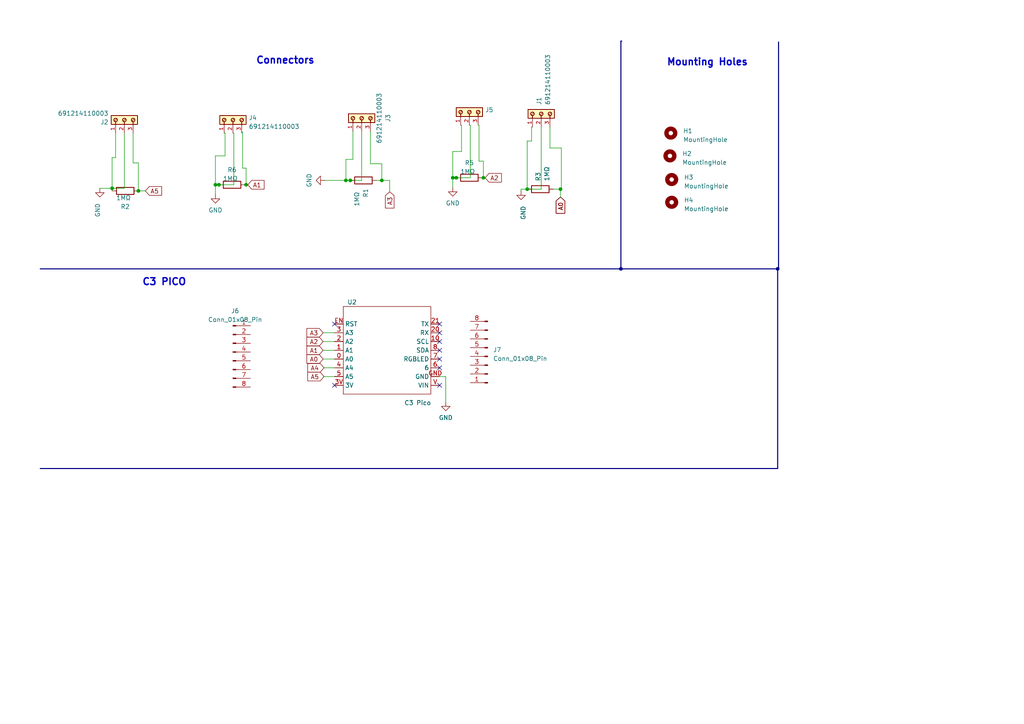
<source format=kicad_sch>
(kicad_sch (version 20230121) (generator eeschema)
  (paper "A4")
  (lib_symbols
    (symbol "691214110003:691214110003" (pin_names (offset 1.016))
      (property "Reference" "J" (at -4.88 -0.922 0))
      (property "Value" "691214110003" (at -4.83 -2.58 0))
      (symbol "691214110003_0_0"
        (rectangle (start -3.81 -2.54) (end 3.81 0) (stroke (width 0.254)) (fill (type background)))
        (circle (center -2.54 -1.27) (radius 0.508) (stroke (width 0.254)))
        (circle (center 0 -1.27) (radius 0.508) (stroke (width 0.254)))
        (polyline (pts (xy -2.54 -1.778) (xy -2.54 -2.54)) (stroke (width 0.254)))
        (polyline (pts (xy -2.286 -1.016) (xy -2.794 -1.524)) (stroke (width 0.1524)))
        (polyline (pts (xy 0 -1.778) (xy 0 -2.54)) (stroke (width 0.254)))
        (polyline (pts (xy 0.254 -1.016) (xy -0.254 -1.524)) (stroke (width 0.1524)))
        (polyline (pts (xy 2.54 -1.778) (xy 2.54 -2.54)) (stroke (width 0.254)))
        (polyline (pts (xy 2.794 -1.016) (xy 2.286 -1.524)) (stroke (width 0.1524)))
        (circle (center 2.54 -1.27) (radius 0.508) (stroke (width 0.254)))
        (pin passive line (at -2.54 -5.08 90) (length 2.54) (name "~") (number "1"))
        (pin passive line (at 0 -5.08 90) (length 2.54) (name "~") (number "2"))
        (pin passive line (at 2.54 -5.08 90) (length 2.54) (name "~") (number "3"))
      )
    )
    (symbol "Connector:Conn_01x08_Pin" (pin_names (offset 1.016) hide)
      (property "Reference" "J" (at 0 10.16 0))
      (property "Value" "Conn_01x08_Pin" (at 0 -12.7 0))
      (symbol "Conn_01x08_Pin_1_1"
        (polyline (pts (xy 1.27 -10.16) (xy 0.8636 -10.16)) (stroke (width 0.1524)))
        (polyline (pts (xy 1.27 -7.62) (xy 0.8636 -7.62)) (stroke (width 0.1524)))
        (polyline (pts (xy 1.27 -5.08) (xy 0.8636 -5.08)) (stroke (width 0.1524)))
        (polyline (pts (xy 1.27 -2.54) (xy 0.8636 -2.54)) (stroke (width 0.1524)))
        (polyline (pts (xy 1.27 0) (xy 0.8636 0)) (stroke (width 0.1524)))
        (polyline (pts (xy 1.27 2.54) (xy 0.8636 2.54)) (stroke (width 0.1524)))
        (polyline (pts (xy 1.27 5.08) (xy 0.8636 5.08)) (stroke (width 0.1524)))
        (polyline (pts (xy 1.27 7.62) (xy 0.8636 7.62)) (stroke (width 0.1524)))
        (rectangle (start 0.8636 -10.033) (end 0 -10.287) (stroke (width 0.1524)) (fill (type outline)))
        (rectangle (start 0.8636 -7.493) (end 0 -7.747) (stroke (width 0.1524)) (fill (type outline)))
        (rectangle (start 0.8636 -4.953) (end 0 -5.207) (stroke (width 0.1524)) (fill (type outline)))
        (rectangle (start 0.8636 -2.413) (end 0 -2.667) (stroke (width 0.1524)) (fill (type outline)))
        (rectangle (start 0.8636 0.127) (end 0 -0.127) (stroke (width 0.1524)) (fill (type outline)))
        (rectangle (start 0.8636 2.667) (end 0 2.413) (stroke (width 0.1524)) (fill (type outline)))
        (rectangle (start 0.8636 5.207) (end 0 4.953) (stroke (width 0.1524)) (fill (type outline)))
        (rectangle (start 0.8636 7.747) (end 0 7.493) (stroke (width 0.1524)) (fill (type outline)))
        (pin passive line (at 5.08 7.62 180) (length 3.81) (name "Pin_1") (number "1"))
        (pin passive line (at 5.08 5.08 180) (length 3.81) (name "Pin_2") (number "2"))
        (pin passive line (at 5.08 2.54 180) (length 3.81) (name "Pin_3") (number "3"))
        (pin passive line (at 5.08 0 180) (length 3.81) (name "Pin_4") (number "4"))
        (pin passive line (at 5.08 -2.54 180) (length 3.81) (name "Pin_5") (number "5"))
        (pin passive line (at 5.08 -5.08 180) (length 3.81) (name "Pin_6") (number "6"))
        (pin passive line (at 5.08 -7.62 180) (length 3.81) (name "Pin_7") (number "7"))
        (pin passive line (at 5.08 -10.16 180) (length 3.81) (name "Pin_8") (number "8"))
      )
    )
    (symbol "Device:R" (pin_numbers hide) (pin_names (offset 0))
      (property "Reference" "R" (at 2.032 0 90))
      (property "Value" "R" (at 0 0 90))
      (symbol "R_0_1"
        (rectangle (start -1.016 -2.54) (end 1.016 2.54) (stroke (width 0.254)))
      )
      (symbol "R_1_1"
        (pin passive line (at 0 3.81 270) (length 1.27) (name "~") (number "1"))
        (pin passive line (at 0 -3.81 90) (length 1.27) (name "~") (number "2"))
      )
    )
    (symbol "Mechanical:MountingHole" (pin_names (offset 1.016))
      (property "Reference" "H" (at 0 5.08 0))
      (property "Value" "MountingHole" (at 0 3.175 0))
      (symbol "MountingHole_0_1"
        (circle (center 0 0) (radius 1.27) (stroke (width 1.27)))
      )
    )
    (symbol "c3_pico:C3_pico"
      (property "Reference" "U" (at -10.16 13.97 0))
      (symbol "C3_pico_0_0"
        (text "" (at -12.7 -2.54 0) (effects (font (size 1.27 1.27))))
        (text "" (at 12.7 0 0) (effects (font (size 1.27 1.27))))
      )
      (symbol "C3_pico_0_1"
        (rectangle (start -12.7 12.7) (end 12.7 -12.7))
      )
      (symbol "C3_pico_1_1"
        (pin input line (at -15.24 -2.54 0) (length 2.54) (name "A0") (number "0"))
        (pin input line (at -15.24 0 0) (length 2.54) (name "A1") (number "1"))
        (pin input line (at 15.24 2.54 180) (length 2.54) (name "SCL") (number "10"))
        (pin input line (at -15.24 2.54 0) (length 2.54) (name "A2") (number "2"))
        (pin input line (at 15.24 5.08 180) (length 2.54) (name "RX") (number "20"))
        (pin input line (at 15.24 7.62 180) (length 2.54) (name "TX") (number "21"))
        (pin input line (at -15.24 5.08 0) (length 2.54) (name "A3") (number "3"))
        (pin input line (at -15.24 -10.16 0) (length 2.54) (name "3V") (number "3V"))
        (pin input line (at -15.24 -5.08 0) (length 2.54) (name "A4") (number "4"))
        (pin input line (at -15.24 -7.62 0) (length 2.54) (name "A5") (number "5"))
        (pin input line (at 15.24 -5.08 180) (length 2.54) (name "6") (number "6"))
        (pin input line (at 15.24 -2.54 180) (length 2.54) (name "RGBLED") (number "7"))
        (pin input line (at 15.24 0 180) (length 2.54) (name "SDA") (number "8"))
        (pin input line (at -15.24 7.62 0) (length 2.54) (name "RST") (number "EN"))
        (pin input line (at 15.24 -7.62 180) (length 2.54) (name "GND") (number "GND"))
        (pin input line (at 15.24 -10.16 180) (length 2.54) (name "VIN") (number "V"))
      )
    )
    (symbol "power:GND" (power) (pin_names (offset 0))
      (property "Value" "GND" (at 0 -3.81 0))
      (symbol "GND_0_1"
        (polyline (pts (xy 0 0) (xy 0 -1.27) (xy 1.27 -1.27) (xy 0 -2.54) (xy -1.27 -1.27) (xy 0 -1.27)))
      )
      (symbol "GND_1_1"
        (pin power_in line (at 0 0 270) (length 0) hide (name "GND") (number "1"))
      )
    )
  )
  (junction (at 225.552 77.978))
  (junction (at 152.908 54.864))
  (junction (at 63.5 53.594))
  (junction (at 40.132 55.372))
  (junction (at 100.33 52.324))
  (junction (at 71.374 53.594))
  (junction (at 140.208 51.562))
  (junction (at 110.744 52.324))
  (junction (at 32.512 54.61))
  (junction (at 132.334 51.562))
  (junction (at 180.086 77.978))
  (junction (at 62.484 53.594))
  (junction (at 101.6 52.324))
  (junction (at 162.56 54.864))
  (junction (at 131.318 51.562))
  (no_connect (at 127.508 93.98))
  (no_connect (at 127.508 104.14))
  (no_connect (at 97.028 93.98))
  (no_connect (at 127.508 101.6))
  (no_connect (at 127.508 96.52))
  (no_connect (at 97.028 111.76))
  (no_connect (at 127.508 106.68))
  (no_connect (at 127.508 99.06))
  (no_connect (at 127.508 111.76))
  (wire (pts (xy 107.442 38.1) (xy 107.442 47.498)))
  (wire (pts (xy 32.512 45.72) (xy 33.528 45.72)))
  (wire (pts (xy 140.208 51.562) (xy 140.208 46.736)))
  (wire (pts (xy 42.164 55.372) (xy 40.132 55.372)))
  (wire (pts (xy 93.726 99.06) (xy 97.028 99.06)))
  (wire (pts (xy 28.956 54.61) (xy 32.512 54.61)))
  (wire (pts (xy 104.902 38.1) (xy 104.902 52.324)))
  (wire (pts (xy 71.374 53.594) (xy 71.882 53.594)))
  (wire (pts (xy 136.398 36.322) (xy 136.398 51.562)))
  (wire (pts (xy 63.5 53.594) (xy 67.818 53.594)))
  (wire (pts (xy 102.362 46.228) (xy 100.33 46.228)))
  (wire (pts (xy 102.362 38.1) (xy 102.362 46.228)))
  (wire (pts (xy 70.358 48.768) (xy 71.374 48.768)))
  (wire (pts (xy 131.318 51.562) (xy 132.334 51.562)))
  (wire (pts (xy 162.56 54.864) (xy 162.814 54.864)))
  (wire (pts (xy 100.33 46.228) (xy 100.33 52.324)))
  (wire (pts (xy 129.286 109.22) (xy 129.286 116.586)))
  (wire (pts (xy 160.528 54.864) (xy 162.56 54.864)))
  (wire (pts (xy 65.278 45.212) (xy 65.278 38.608)))
  (wire (pts (xy 156.972 36.83) (xy 156.972 54.864)))
  (wire (pts (xy 110.744 47.498) (xy 110.744 52.324)))
  (wire (pts (xy 70.104 38.354) (xy 70.104 38.608)))
  (bus (pts (xy 180.086 77.978) (xy 180.086 11.938)))
  (wire (pts (xy 113.03 55.626) (xy 113.03 52.324)))
  (wire (pts (xy 67.818 38.608) (xy 67.818 53.594)))
  (wire (pts (xy 36.068 38.608) (xy 36.068 54.61)))
  (wire (pts (xy 40.132 47.244) (xy 40.132 55.372)))
  (wire (pts (xy 139.954 51.562) (xy 140.208 51.562)))
  (wire (pts (xy 100.33 52.324) (xy 101.6 52.324)))
  (wire (pts (xy 138.938 36.322) (xy 138.938 46.736)))
  (wire (pts (xy 107.442 47.498) (xy 110.744 47.498)))
  (wire (pts (xy 100.33 52.324) (xy 94.234 52.324)))
  (wire (pts (xy 151.13 54.864) (xy 152.908 54.864)))
  (wire (pts (xy 154.178 36.83) (xy 154.432 36.83)))
  (wire (pts (xy 93.726 101.6) (xy 97.028 101.6)))
  (wire (pts (xy 159.512 42.926) (xy 162.814 42.926)))
  (wire (pts (xy 133.858 43.942) (xy 133.858 36.322)))
  (wire (pts (xy 152.908 54.864) (xy 152.908 40.894)))
  (bus (pts (xy 225.552 135.89) (xy 225.552 77.978)))
  (wire (pts (xy 113.03 52.324) (xy 110.744 52.324)))
  (wire (pts (xy 131.318 43.942) (xy 131.318 51.562)))
  (wire (pts (xy 67.818 38.608) (xy 67.564 38.608)))
  (bus (pts (xy 180.086 77.978) (xy 225.552 77.978)))
  (wire (pts (xy 131.318 54.356) (xy 131.318 51.562)))
  (wire (pts (xy 140.208 46.736) (xy 138.938 46.736)))
  (bus (pts (xy 180.086 11.938) (xy 180.34 11.938)))
  (wire (pts (xy 65.278 38.608) (xy 65.024 38.608)))
  (wire (pts (xy 154.178 40.894) (xy 154.178 36.83)))
  (wire (pts (xy 152.908 40.894) (xy 154.178 40.894)))
  (wire (pts (xy 65.278 45.212) (xy 62.484 45.212)))
  (wire (pts (xy 159.512 42.926) (xy 159.512 36.83)))
  (wire (pts (xy 71.12 53.594) (xy 71.374 53.594)))
  (wire (pts (xy 62.484 53.594) (xy 63.5 53.594)))
  (wire (pts (xy 32.512 54.61) (xy 32.512 45.72)))
  (wire (pts (xy 133.858 43.942) (xy 131.318 43.942)))
  (wire (pts (xy 136.398 36.322) (xy 136.144 36.322)))
  (wire (pts (xy 104.902 52.324) (xy 101.6 52.324)))
  (bus (pts (xy 225.806 12.192) (xy 225.806 77.978)))
  (wire (pts (xy 140.208 51.562) (xy 140.716 51.562)))
  (wire (pts (xy 156.972 54.864) (xy 152.908 54.864)))
  (bus (pts (xy 225.552 77.978) (xy 225.806 77.978)))
  (wire (pts (xy 133.858 36.322) (xy 133.604 36.322)))
  (wire (pts (xy 93.726 96.52) (xy 97.028 96.52)))
  (wire (pts (xy 93.98 106.68) (xy 97.028 106.68)))
  (wire (pts (xy 129.286 109.22) (xy 127.508 109.22)))
  (wire (pts (xy 33.528 45.72) (xy 33.528 38.608)))
  (wire (pts (xy 162.56 57.15) (xy 162.56 54.864)))
  (wire (pts (xy 38.608 47.244) (xy 40.132 47.244)))
  (wire (pts (xy 162.814 54.864) (xy 162.814 42.926)))
  (wire (pts (xy 36.068 54.61) (xy 32.512 54.61)))
  (wire (pts (xy 71.374 53.594) (xy 71.374 48.768)))
  (bus (pts (xy 11.684 77.978) (xy 180.086 77.978)))
  (wire (pts (xy 132.334 51.562) (xy 136.398 51.562)))
  (wire (pts (xy 93.98 109.22) (xy 97.028 109.22)))
  (wire (pts (xy 62.484 45.212) (xy 62.484 53.594)))
  (wire (pts (xy 151.13 55.372) (xy 151.13 54.864)))
  (wire (pts (xy 32.512 55.372) (xy 32.512 54.61)))
  (wire (pts (xy 70.358 38.354) (xy 70.358 48.768)))
  (bus (pts (xy 11.684 135.89) (xy 225.552 135.89)))
  (wire (pts (xy 138.938 36.322) (xy 138.684 36.322)))
  (wire (pts (xy 93.726 104.14) (xy 97.028 104.14)))
  (wire (pts (xy 62.484 56.388) (xy 62.484 53.594)))
  (wire (pts (xy 110.744 52.324) (xy 109.22 52.324)))
  (wire (pts (xy 70.358 38.354) (xy 70.104 38.354)))
  (wire (pts (xy 38.608 47.244) (xy 38.608 38.608)))
  (text "Connectors" (at 74.168 18.796 0) (effects (font (size 2 2) (thickness 0.4) bold) (justify left bottom)))
  (text "C3 PICO" (at 41.148 83.058 0) (effects (font (size 2 2) (thickness 0.4) bold) (justify left bottom)))
  (text "Mounting Holes" (at 193.294 19.304 0) (effects (font (size 2 2) (thickness 0.4) bold) (justify left bottom)))
  (global_label "A4" (shape input) (at 93.98 106.68 180) (property "Intersheetrefs" "${INTERSHEET_REFS}" (effects hide)))
  (global_label "A0" (shape input) (at 162.56 57.15 270) (property "Intersheetrefs" "${INTERSHEET_REFS}" (effects hide)))
  (global_label "A3" (shape input) (at 113.03 55.626 270) (property "Intersheetrefs" "${INTERSHEET_REFS}" (effects hide)))
  (global_label "A2" (shape input) (at 93.726 99.06 180) (property "Intersheetrefs" "${INTERSHEET_REFS}" (effects hide)))
  (global_label "A5" (shape input) (at 42.164 55.372 0) (property "Intersheetrefs" "${INTERSHEET_REFS}" (effects hide)))
  (global_label "A3" (shape input) (at 93.726 96.52 180) (property "Intersheetrefs" "${INTERSHEET_REFS}" (effects hide)))
  (global_label "A2" (shape input) (at 140.716 51.562 0) (property "Intersheetrefs" "${INTERSHEET_REFS}" (effects hide)))
  (global_label "A1" (shape input) (at 71.882 53.594 0) (property "Intersheetrefs" "${INTERSHEET_REFS}" (effects hide)))
  (global_label "A1" (shape input) (at 93.726 101.6 180) (property "Intersheetrefs" "${INTERSHEET_REFS}" (effects hide)))
  (global_label "A5" (shape input) (at 93.98 109.22 180) (property "Intersheetrefs" "${INTERSHEET_REFS}" (effects hide)))
  (global_label "A0" (shape input) (at 162.56 57.15 270) (property "Intersheetrefs" "${INTERSHEET_REFS}" (effects hide)))
  (global_label "A0" (shape input) (at 93.726 104.14 180) (property "Intersheetrefs" "${INTERSHEET_REFS}" (effects hide)))
  (symbol (lib_id "Mechanical:MountingHole") (at 194.564 38.608 0) (unit 1)
    (property "Reference" "H1" (at 198.12 37.973 0) (effects (justify left)))
    (property "Value" "MountingHole" (at 198.12 40.513 0) (effects (justify left)))
    (property "Footprint" "MountingHole:MountingHole_3.5mm" (effects hide))
  )
  (symbol (lib_id "Connector:Conn_01x08_Pin") (at 141.478 103.378 180) (unit 1)
    (property "Reference" "J7" (at 143.002 101.473 0) (effects (justify right)))
    (property "Value" "Conn_01x08_Pin" (at 143.002 104.013 0) (effects (justify right)))
    (property "Footprint" "Connector_PinSocket_2.54mm:PinSocket_1x08_P2.54mm_Vertical" (effects hide))
  )
  (symbol (lib_id "691214110003:691214110003") (at 104.902 33.02 0) (unit 1)
    (property "Reference" "J3" (at 112.522 34.29 90))
    (property "Value" "691214110003" (at 109.982 34.29 90))
    (property "Footprint" "691214110003:691214110003" (effects hide))
    (property "WIRE" "24 to 16 (AWG) 0.205 to 1.31 (mm²)" (effects hide))
    (property "MOUNT" "THT" (effects hide))
    (property "IR-UL" "10A" (effects hide))
    (property "WORKING-VOLTAGE-UL" "300V (AC)" (effects hide))
    (property "PINS" "3" (effects hide))
    (property "DATASHEET-URL" "https://www.we-online.com/catalog/datasheet/691214110003.pdf" (effects hide))
    (property "PITCH" "3.5mm" (effects hide))
    (property "PART-NUMBER" "691214110003" (effects hide))
    (property "TYPE" "Horizontal" (effects hide))
  )
  (symbol (lib_id "Mechanical:MountingHole") (at 194.818 58.674 0) (unit 1)
    (property "Reference" "H4" (at 198.374 58.039 0) (effects (justify left)))
    (property "Value" "MountingHole" (at 198.374 60.579 0) (effects (justify left)))
    (property "Footprint" "MountingHole:MountingHole_3.5mm" (effects hide))
  )
  (symbol (lib_id "Mechanical:MountingHole") (at 194.31 45.212 0) (unit 1)
    (property "Reference" "H2" (at 197.866 44.577 0) (effects (justify left)))
    (property "Value" "MountingHole" (at 197.866 47.117 0) (effects (justify left)))
    (property "Footprint" "MountingHole:MountingHole_3.5mm" (effects hide))
  )
  (symbol (lib_id "Device:R") (at 136.144 51.562 90) (unit 1)
    (property "Reference" "R5" (at 136.144 47.244 90))
    (property "Value" "1MΩ " (at 136.144 49.784 90))
    (property "Footprint" "Resistor_SMD:R_0603_1608Metric_Pad0.98x0.95mm_HandSolder" (effects hide))
  )
  (symbol (lib_id "Connector:Conn_01x08_Pin") (at 67.564 102.108 0) (unit 1)
    (property "Reference" "J6" (at 68.199 90.17 0))
    (property "Value" "Conn_01x08_Pin" (at 68.199 92.71 0))
    (property "Footprint" "Connector_PinSocket_2.54mm:PinSocket_1x08_P2.54mm_Vertical" (effects hide))
  )
  (symbol (lib_id "power:GND") (at 28.956 54.61 0) (unit 1)
    (property "Reference" "#PWR05" (effects hide))
    (property "Value" "GND" (at 28.321 58.928 90) (effects (justify right)))
  )
  (symbol (lib_id "power:GND") (at 131.318 54.356 0) (unit 1)
    (property "Reference" "#PWR06" (effects hide))
    (property "Value" "GND" (at 131.318 58.928 0))
  )
  (symbol (lib_id "c3_pico:C3_pico") (at 112.268 101.6 0) (unit 1)
    (property "Reference" "U2" (at 102.108 87.63 0))
    (property "Value" "C3 Pico" (at 121.158 116.84 0))
    (property "Footprint" "c3 pico:c3 pico" (effects hide))
  )
  (symbol (lib_id "Device:R") (at 156.718 54.864 270) (unit 1)
    (property "Reference" "R3" (at 156.083 52.578 0) (effects (justify right)))
    (property "Value" "1MΩ " (at 158.623 52.578 0) (effects (justify right)))
    (property "Footprint" "Resistor_SMD:R_0603_1608Metric_Pad0.98x0.95mm_HandSolder" (effects hide))
  )
  (symbol (lib_id "power:GND") (at 151.13 55.372 0) (unit 1)
    (property "Reference" "#PWR02" (effects hide))
    (property "Value" "GND" (at 151.765 59.69 90) (effects (justify right)))
  )
  (symbol (lib_id "Device:R") (at 67.31 53.594 90) (unit 1)
    (property "Reference" "R6" (at 67.31 49.276 90))
    (property "Value" "1MΩ " (at 67.31 51.816 90))
    (property "Footprint" "Resistor_SMD:R_0603_1608Metric_Pad0.98x0.95mm_HandSolder" (effects hide))
  )
  (symbol (lib_id "691214110003:691214110003") (at 67.564 33.528 0) (unit 1)
    (property "Reference" "J4" (at 72.136 34.163 0) (effects (justify left)))
    (property "Value" "691214110003" (at 72.136 36.703 0) (effects (justify left)))
    (property "Footprint" "691214110003:691214110003" (effects hide))
    (property "WIRE" "24 to 16 (AWG) 0.205 to 1.31 (mm²)" (effects hide))
    (property "MOUNT" "THT" (effects hide))
    (property "IR-UL" "10A" (effects hide))
    (property "WORKING-VOLTAGE-UL" "300V (AC)" (effects hide))
    (property "PINS" "3" (effects hide))
    (property "DATASHEET-URL" "https://www.we-online.com/catalog/datasheet/691214110003.pdf" (effects hide))
    (property "PITCH" "3.5mm" (effects hide))
    (property "PART-NUMBER" "691214110003" (effects hide))
    (property "TYPE" "Horizontal" (effects hide))
  )
  (symbol (lib_id "power:GND") (at 62.484 56.388 0) (unit 1)
    (property "Reference" "#PWR07" (effects hide))
    (property "Value" "GND" (at 62.484 60.96 0))
  )
  (symbol (lib_id "Device:R") (at 105.41 52.324 270) (unit 1)
    (property "Reference" "R1" (at 106.045 54.61 0) (effects (justify left)))
    (property "Value" "1MΩ " (at 103.505 54.61 0) (effects (justify left)))
    (property "Footprint" "Resistor_SMD:R_0603_1608Metric_Pad0.98x0.95mm_HandSolder" (effects hide))
  )
  (symbol (lib_id "power:GND") (at 129.286 116.586 0) (unit 1)
    (property "Reference" "#PWR04" (effects hide))
    (property "Value" "GND" (at 129.286 121.158 0))
  )
  (symbol (lib_id "Mechanical:MountingHole") (at 194.818 52.07 0) (unit 1)
    (property "Reference" "H3" (at 198.374 51.435 0) (effects (justify left)))
    (property "Value" "MountingHole" (at 198.374 53.975 0) (effects (justify left)))
    (property "Footprint" "MountingHole:MountingHole_3.5mm" (effects hide))
  )
  (symbol (lib_id "691214110003:691214110003") (at 36.068 33.528 0) (unit 1)
    (property "Reference" "J2" (at 31.496 35.433 0) (effects (justify right)))
    (property "Value" "691214110003" (at 31.496 32.893 0) (effects (justify right)))
    (property "Footprint" "691214110003:691214110003" (effects hide))
    (property "WIRE" "24 to 16 (AWG) 0.205 to 1.31 (mm²)" (effects hide))
    (property "MOUNT" "THT" (effects hide))
    (property "IR-UL" "10A" (effects hide))
    (property "WORKING-VOLTAGE-UL" "300V (AC)" (effects hide))
    (property "PINS" "3" (effects hide))
    (property "DATASHEET-URL" "https://www.we-online.com/catalog/datasheet/691214110003.pdf" (effects hide))
    (property "PITCH" "3.5mm" (effects hide))
    (property "PART-NUMBER" "691214110003" (effects hide))
    (property "TYPE" "Horizontal" (effects hide))
  )
  (symbol (lib_id "691214110003:691214110003") (at 136.144 31.242 0) (unit 1)
    (property "Reference" "J5" (at 140.716 31.877 0) (effects (justify left)))
    (property "Value" "691214110003" (effects hide))
    (property "Footprint" "691214110003:691214110003" (effects hide))
    (property "WIRE" "24 to 16 (AWG) 0.205 to 1.31 (mm²)" (effects hide))
    (property "MOUNT" "THT" (effects hide))
    (property "IR-UL" "10A" (effects hide))
    (property "WORKING-VOLTAGE-UL" "300V (AC)" (effects hide))
    (property "PINS" "3" (effects hide))
    (property "DATASHEET-URL" "https://www.we-online.com/catalog/datasheet/691214110003.pdf" (effects hide))
    (property "PITCH" "3.5mm" (effects hide))
    (property "PART-NUMBER" "691214110003" (effects hide))
    (property "TYPE" "Horizontal" (effects hide))
  )
  (symbol (lib_id "power:GND") (at 94.234 52.324 270) (unit 1)
    (property "Reference" "#PWR01" (effects hide))
    (property "Value" "GND" (at 89.662 52.324 0))
  )
  (symbol (lib_id "Device:R") (at 36.322 55.372 270) (unit 1)
    (property "Reference" "R2" (at 36.322 59.944 90))
    (property "Value" "1MΩ " (at 36.322 57.404 90))
    (property "Footprint" "Resistor_SMD:R_0603_1608Metric_Pad0.98x0.95mm_HandSolder" (effects hide))
  )
  (symbol (lib_id "691214110003:691214110003") (at 156.972 31.75 0) (unit 1)
    (property "Reference" "J1" (at 156.337 30.48 90) (effects (justify left)))
    (property "Value" "691214110003" (at 158.877 30.48 90) (effects (justify left)))
    (property "Footprint" "691214110003:691214110003" (effects hide))
    (property "WIRE" "24 to 16 (AWG) 0.205 to 1.31 (mm²)" (effects hide))
    (property "MOUNT" "THT" (effects hide))
    (property "IR-UL" "10A" (effects hide))
    (property "WORKING-VOLTAGE-UL" "300V (AC)" (effects hide))
    (property "PINS" "3" (effects hide))
    (property "DATASHEET-URL" "https://www.we-online.com/catalog/datasheet/691214110003.pdf" (effects hide))
    (property "PITCH" "3.5mm" (effects hide))
    (property "PART-NUMBER" "691214110003" (effects hide))
    (property "TYPE" "Horizontal" (effects hide))
  )
)
</source>
